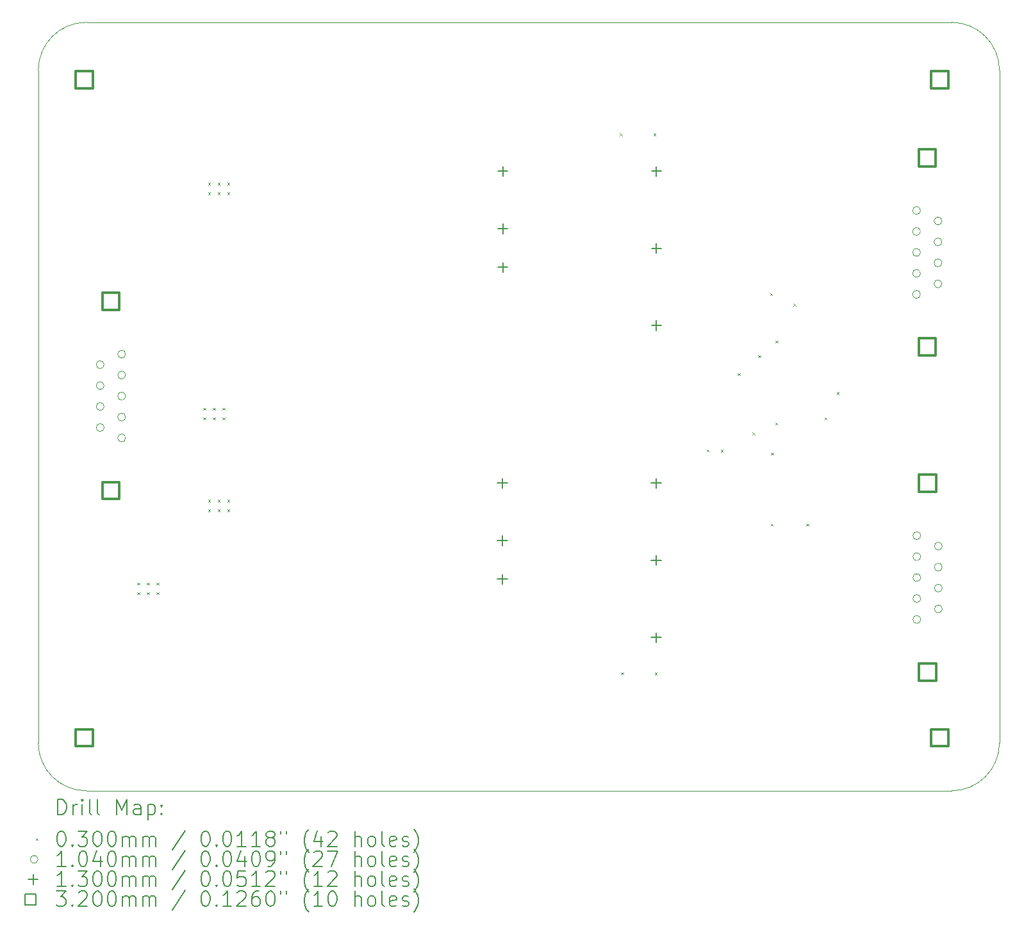
<source format=gbr>
%TF.GenerationSoftware,KiCad,Pcbnew,8.0.6*%
%TF.CreationDate,2025-05-16T11:44:03-04:00*%
%TF.ProjectId,PM5V_Telemetry_Cold_TPC,504d3556-5f54-4656-9c65-6d657472795f,rev?*%
%TF.SameCoordinates,Original*%
%TF.FileFunction,Drillmap*%
%TF.FilePolarity,Positive*%
%FSLAX45Y45*%
G04 Gerber Fmt 4.5, Leading zero omitted, Abs format (unit mm)*
G04 Created by KiCad (PCBNEW 8.0.6) date 2025-05-16 11:44:03*
%MOMM*%
%LPD*%
G01*
G04 APERTURE LIST*
%ADD10C,0.050000*%
%ADD11C,0.200000*%
%ADD12C,0.100000*%
%ADD13C,0.104000*%
%ADD14C,0.130000*%
%ADD15C,0.320000*%
G04 APERTURE END LIST*
D10*
X21590000Y-3175000D02*
X21590000Y-12065000D01*
X8890000Y-7620000D02*
X8890000Y-3175000D01*
X8890000Y-12065000D02*
X8890000Y-7620000D01*
X8890000Y-3175000D02*
G75*
G02*
X9525000Y-2540000I635000J0D01*
G01*
X9525000Y-12700000D02*
G75*
G02*
X8890000Y-12065000I0J635000D01*
G01*
X20955000Y-12700000D02*
X9525000Y-12700000D01*
X9525000Y-2540000D02*
X20320000Y-2540000D01*
X20955000Y-2540000D02*
G75*
G02*
X21590000Y-3175000I0J-635000D01*
G01*
X20320000Y-2540000D02*
X20955000Y-2540000D01*
X21590000Y-12065000D02*
G75*
G02*
X20955000Y-12700000I-635000J0D01*
G01*
D11*
D12*
X10197000Y-9949000D02*
X10227000Y-9979000D01*
X10227000Y-9949000D02*
X10197000Y-9979000D01*
X10197000Y-10076000D02*
X10227000Y-10106000D01*
X10227000Y-10076000D02*
X10197000Y-10106000D01*
X10324000Y-9949000D02*
X10354000Y-9979000D01*
X10354000Y-9949000D02*
X10324000Y-9979000D01*
X10324000Y-10076000D02*
X10354000Y-10106000D01*
X10354000Y-10076000D02*
X10324000Y-10106000D01*
X10451000Y-9949000D02*
X10481000Y-9979000D01*
X10481000Y-9949000D02*
X10451000Y-9979000D01*
X10451000Y-10076000D02*
X10481000Y-10106000D01*
X10481000Y-10076000D02*
X10451000Y-10106000D01*
X11072000Y-7637000D02*
X11102000Y-7667000D01*
X11102000Y-7637000D02*
X11072000Y-7667000D01*
X11072000Y-7764000D02*
X11102000Y-7794000D01*
X11102000Y-7764000D02*
X11072000Y-7794000D01*
X11135600Y-4658600D02*
X11165600Y-4688600D01*
X11165600Y-4658600D02*
X11135600Y-4688600D01*
X11135600Y-4785600D02*
X11165600Y-4815600D01*
X11165600Y-4785600D02*
X11135600Y-4815600D01*
X11135600Y-8849600D02*
X11165600Y-8879600D01*
X11165600Y-8849600D02*
X11135600Y-8879600D01*
X11135600Y-8976600D02*
X11165600Y-9006600D01*
X11165600Y-8976600D02*
X11135600Y-9006600D01*
X11199000Y-7637000D02*
X11229000Y-7667000D01*
X11229000Y-7637000D02*
X11199000Y-7667000D01*
X11199000Y-7764000D02*
X11229000Y-7794000D01*
X11229000Y-7764000D02*
X11199000Y-7794000D01*
X11262600Y-4658600D02*
X11292600Y-4688600D01*
X11292600Y-4658600D02*
X11262600Y-4688600D01*
X11262600Y-4785600D02*
X11292600Y-4815600D01*
X11292600Y-4785600D02*
X11262600Y-4815600D01*
X11262600Y-8849600D02*
X11292600Y-8879600D01*
X11292600Y-8849600D02*
X11262600Y-8879600D01*
X11262600Y-8976600D02*
X11292600Y-9006600D01*
X11292600Y-8976600D02*
X11262600Y-9006600D01*
X11326000Y-7637000D02*
X11356000Y-7667000D01*
X11356000Y-7637000D02*
X11326000Y-7667000D01*
X11326000Y-7764000D02*
X11356000Y-7794000D01*
X11356000Y-7764000D02*
X11326000Y-7794000D01*
X11389600Y-4658600D02*
X11419600Y-4688600D01*
X11419600Y-4658600D02*
X11389600Y-4688600D01*
X11389600Y-4785600D02*
X11419600Y-4815600D01*
X11419600Y-4785600D02*
X11389600Y-4815600D01*
X11389600Y-8849600D02*
X11419600Y-8879600D01*
X11419600Y-8849600D02*
X11389600Y-8879600D01*
X11389600Y-8976600D02*
X11419600Y-9006600D01*
X11419600Y-8976600D02*
X11389600Y-9006600D01*
X16571810Y-4007000D02*
X16601810Y-4037000D01*
X16601810Y-4007000D02*
X16571810Y-4037000D01*
X16588550Y-11133100D02*
X16618550Y-11163100D01*
X16618550Y-11133100D02*
X16588550Y-11163100D01*
X17016810Y-4008000D02*
X17046810Y-4038000D01*
X17046810Y-4008000D02*
X17016810Y-4038000D01*
X17033300Y-11135600D02*
X17063300Y-11165600D01*
X17063300Y-11135600D02*
X17033300Y-11165600D01*
X17722810Y-8188000D02*
X17752810Y-8218000D01*
X17752810Y-8188000D02*
X17722810Y-8218000D01*
X17908810Y-8193000D02*
X17938810Y-8223000D01*
X17938810Y-8193000D02*
X17908810Y-8223000D01*
X18132430Y-7180000D02*
X18162430Y-7210000D01*
X18162430Y-7180000D02*
X18132430Y-7210000D01*
X18326810Y-7962000D02*
X18356810Y-7992000D01*
X18356810Y-7962000D02*
X18326810Y-7992000D01*
X18403810Y-6941000D02*
X18433810Y-6971000D01*
X18433810Y-6941000D02*
X18403810Y-6971000D01*
X18560810Y-6122000D02*
X18590810Y-6152000D01*
X18590810Y-6122000D02*
X18560810Y-6152000D01*
X18566810Y-9168000D02*
X18596810Y-9198000D01*
X18596810Y-9168000D02*
X18566810Y-9198000D01*
X18571890Y-8227760D02*
X18601890Y-8257760D01*
X18601890Y-8227760D02*
X18571890Y-8257760D01*
X18625190Y-7830000D02*
X18655190Y-7860000D01*
X18655190Y-7830000D02*
X18625190Y-7860000D01*
X18631810Y-6747000D02*
X18661810Y-6777000D01*
X18661810Y-6747000D02*
X18631810Y-6777000D01*
X18867810Y-6262000D02*
X18897810Y-6292000D01*
X18897810Y-6262000D02*
X18867810Y-6292000D01*
X19035810Y-9169000D02*
X19065810Y-9199000D01*
X19065810Y-9169000D02*
X19035810Y-9199000D01*
X19277810Y-7764000D02*
X19307810Y-7794000D01*
X19307810Y-7764000D02*
X19277810Y-7794000D01*
X19441400Y-7427200D02*
X19471400Y-7457200D01*
X19471400Y-7427200D02*
X19441400Y-7457200D01*
D13*
X9760000Y-7066000D02*
G75*
G02*
X9656000Y-7066000I-52000J0D01*
G01*
X9656000Y-7066000D02*
G75*
G02*
X9760000Y-7066000I52000J0D01*
G01*
X9760000Y-7343000D02*
G75*
G02*
X9656000Y-7343000I-52000J0D01*
G01*
X9656000Y-7343000D02*
G75*
G02*
X9760000Y-7343000I52000J0D01*
G01*
X9760000Y-7620000D02*
G75*
G02*
X9656000Y-7620000I-52000J0D01*
G01*
X9656000Y-7620000D02*
G75*
G02*
X9760000Y-7620000I52000J0D01*
G01*
X9760000Y-7897000D02*
G75*
G02*
X9656000Y-7897000I-52000J0D01*
G01*
X9656000Y-7897000D02*
G75*
G02*
X9760000Y-7897000I52000J0D01*
G01*
X10044000Y-6927500D02*
G75*
G02*
X9940000Y-6927500I-52000J0D01*
G01*
X9940000Y-6927500D02*
G75*
G02*
X10044000Y-6927500I52000J0D01*
G01*
X10044000Y-7204500D02*
G75*
G02*
X9940000Y-7204500I-52000J0D01*
G01*
X9940000Y-7204500D02*
G75*
G02*
X10044000Y-7204500I52000J0D01*
G01*
X10044000Y-7481500D02*
G75*
G02*
X9940000Y-7481500I-52000J0D01*
G01*
X9940000Y-7481500D02*
G75*
G02*
X10044000Y-7481500I52000J0D01*
G01*
X10044000Y-7758500D02*
G75*
G02*
X9940000Y-7758500I-52000J0D01*
G01*
X9940000Y-7758500D02*
G75*
G02*
X10044000Y-7758500I52000J0D01*
G01*
X10044000Y-8035500D02*
G75*
G02*
X9940000Y-8035500I-52000J0D01*
G01*
X9940000Y-8035500D02*
G75*
G02*
X10044000Y-8035500I52000J0D01*
G01*
X20546000Y-5028000D02*
G75*
G02*
X20442000Y-5028000I-52000J0D01*
G01*
X20442000Y-5028000D02*
G75*
G02*
X20546000Y-5028000I52000J0D01*
G01*
X20546000Y-5305000D02*
G75*
G02*
X20442000Y-5305000I-52000J0D01*
G01*
X20442000Y-5305000D02*
G75*
G02*
X20546000Y-5305000I52000J0D01*
G01*
X20546000Y-5582000D02*
G75*
G02*
X20442000Y-5582000I-52000J0D01*
G01*
X20442000Y-5582000D02*
G75*
G02*
X20546000Y-5582000I52000J0D01*
G01*
X20546000Y-5859000D02*
G75*
G02*
X20442000Y-5859000I-52000J0D01*
G01*
X20442000Y-5859000D02*
G75*
G02*
X20546000Y-5859000I52000J0D01*
G01*
X20546000Y-6136000D02*
G75*
G02*
X20442000Y-6136000I-52000J0D01*
G01*
X20442000Y-6136000D02*
G75*
G02*
X20546000Y-6136000I52000J0D01*
G01*
X20550000Y-9327000D02*
G75*
G02*
X20446000Y-9327000I-52000J0D01*
G01*
X20446000Y-9327000D02*
G75*
G02*
X20550000Y-9327000I52000J0D01*
G01*
X20550000Y-9604000D02*
G75*
G02*
X20446000Y-9604000I-52000J0D01*
G01*
X20446000Y-9604000D02*
G75*
G02*
X20550000Y-9604000I52000J0D01*
G01*
X20550000Y-9881000D02*
G75*
G02*
X20446000Y-9881000I-52000J0D01*
G01*
X20446000Y-9881000D02*
G75*
G02*
X20550000Y-9881000I52000J0D01*
G01*
X20550000Y-10158000D02*
G75*
G02*
X20446000Y-10158000I-52000J0D01*
G01*
X20446000Y-10158000D02*
G75*
G02*
X20550000Y-10158000I52000J0D01*
G01*
X20550000Y-10435000D02*
G75*
G02*
X20446000Y-10435000I-52000J0D01*
G01*
X20446000Y-10435000D02*
G75*
G02*
X20550000Y-10435000I52000J0D01*
G01*
X20830000Y-5166500D02*
G75*
G02*
X20726000Y-5166500I-52000J0D01*
G01*
X20726000Y-5166500D02*
G75*
G02*
X20830000Y-5166500I52000J0D01*
G01*
X20830000Y-5443500D02*
G75*
G02*
X20726000Y-5443500I-52000J0D01*
G01*
X20726000Y-5443500D02*
G75*
G02*
X20830000Y-5443500I52000J0D01*
G01*
X20830000Y-5720500D02*
G75*
G02*
X20726000Y-5720500I-52000J0D01*
G01*
X20726000Y-5720500D02*
G75*
G02*
X20830000Y-5720500I52000J0D01*
G01*
X20830000Y-5997500D02*
G75*
G02*
X20726000Y-5997500I-52000J0D01*
G01*
X20726000Y-5997500D02*
G75*
G02*
X20830000Y-5997500I52000J0D01*
G01*
X20834000Y-9465500D02*
G75*
G02*
X20730000Y-9465500I-52000J0D01*
G01*
X20730000Y-9465500D02*
G75*
G02*
X20834000Y-9465500I52000J0D01*
G01*
X20834000Y-9742500D02*
G75*
G02*
X20730000Y-9742500I-52000J0D01*
G01*
X20730000Y-9742500D02*
G75*
G02*
X20834000Y-9742500I52000J0D01*
G01*
X20834000Y-10019500D02*
G75*
G02*
X20730000Y-10019500I-52000J0D01*
G01*
X20730000Y-10019500D02*
G75*
G02*
X20834000Y-10019500I52000J0D01*
G01*
X20834000Y-10296500D02*
G75*
G02*
X20730000Y-10296500I-52000J0D01*
G01*
X20730000Y-10296500D02*
G75*
G02*
X20834000Y-10296500I52000J0D01*
G01*
D14*
X15023560Y-8567000D02*
X15023560Y-8697000D01*
X14958560Y-8632000D02*
X15088560Y-8632000D01*
X15023560Y-9327000D02*
X15023560Y-9457000D01*
X14958560Y-9392000D02*
X15088560Y-9392000D01*
X15023560Y-9837000D02*
X15023560Y-9967000D01*
X14958560Y-9902000D02*
X15088560Y-9902000D01*
X15026810Y-4442500D02*
X15026810Y-4572500D01*
X14961810Y-4507500D02*
X15091810Y-4507500D01*
X15026810Y-5202500D02*
X15026810Y-5332500D01*
X14961810Y-5267500D02*
X15091810Y-5267500D01*
X15026810Y-5712500D02*
X15026810Y-5842500D01*
X14961810Y-5777500D02*
X15091810Y-5777500D01*
X17053560Y-8567000D02*
X17053560Y-8697000D01*
X16988560Y-8632000D02*
X17118560Y-8632000D01*
X17053560Y-9587000D02*
X17053560Y-9717000D01*
X16988560Y-9652000D02*
X17118560Y-9652000D01*
X17053560Y-10607000D02*
X17053560Y-10737000D01*
X16988560Y-10672000D02*
X17118560Y-10672000D01*
X17056810Y-4442500D02*
X17056810Y-4572500D01*
X16991810Y-4507500D02*
X17121810Y-4507500D01*
X17056810Y-5462500D02*
X17056810Y-5592500D01*
X16991810Y-5527500D02*
X17121810Y-5527500D01*
X17056810Y-6482500D02*
X17056810Y-6612500D01*
X16991810Y-6547500D02*
X17121810Y-6547500D01*
D15*
X9613138Y-3413138D02*
X9613138Y-3186862D01*
X9386862Y-3186862D01*
X9386862Y-3413138D01*
X9613138Y-3413138D01*
X9613138Y-12113138D02*
X9613138Y-11886862D01*
X9386862Y-11886862D01*
X9386862Y-12113138D01*
X9613138Y-12113138D01*
X9963138Y-6344638D02*
X9963138Y-6118362D01*
X9736862Y-6118362D01*
X9736862Y-6344638D01*
X9963138Y-6344638D01*
X9963138Y-8844638D02*
X9963138Y-8618362D01*
X9736862Y-8618362D01*
X9736862Y-8844638D01*
X9963138Y-8844638D01*
X20749138Y-4445138D02*
X20749138Y-4218862D01*
X20522862Y-4218862D01*
X20522862Y-4445138D01*
X20749138Y-4445138D01*
X20749138Y-6945138D02*
X20749138Y-6718862D01*
X20522862Y-6718862D01*
X20522862Y-6945138D01*
X20749138Y-6945138D01*
X20753138Y-8744138D02*
X20753138Y-8517862D01*
X20526862Y-8517862D01*
X20526862Y-8744138D01*
X20753138Y-8744138D01*
X20753138Y-11244138D02*
X20753138Y-11017862D01*
X20526862Y-11017862D01*
X20526862Y-11244138D01*
X20753138Y-11244138D01*
X20913138Y-3413138D02*
X20913138Y-3186862D01*
X20686862Y-3186862D01*
X20686862Y-3413138D01*
X20913138Y-3413138D01*
X20913138Y-12113138D02*
X20913138Y-11886862D01*
X20686862Y-11886862D01*
X20686862Y-12113138D01*
X20913138Y-12113138D01*
D11*
X9148277Y-13013984D02*
X9148277Y-12813984D01*
X9148277Y-12813984D02*
X9195896Y-12813984D01*
X9195896Y-12813984D02*
X9224467Y-12823508D01*
X9224467Y-12823508D02*
X9243515Y-12842555D01*
X9243515Y-12842555D02*
X9253039Y-12861603D01*
X9253039Y-12861603D02*
X9262563Y-12899698D01*
X9262563Y-12899698D02*
X9262563Y-12928269D01*
X9262563Y-12928269D02*
X9253039Y-12966365D01*
X9253039Y-12966365D02*
X9243515Y-12985412D01*
X9243515Y-12985412D02*
X9224467Y-13004460D01*
X9224467Y-13004460D02*
X9195896Y-13013984D01*
X9195896Y-13013984D02*
X9148277Y-13013984D01*
X9348277Y-13013984D02*
X9348277Y-12880650D01*
X9348277Y-12918746D02*
X9357801Y-12899698D01*
X9357801Y-12899698D02*
X9367324Y-12890174D01*
X9367324Y-12890174D02*
X9386372Y-12880650D01*
X9386372Y-12880650D02*
X9405420Y-12880650D01*
X9472086Y-13013984D02*
X9472086Y-12880650D01*
X9472086Y-12813984D02*
X9462563Y-12823508D01*
X9462563Y-12823508D02*
X9472086Y-12833031D01*
X9472086Y-12833031D02*
X9481610Y-12823508D01*
X9481610Y-12823508D02*
X9472086Y-12813984D01*
X9472086Y-12813984D02*
X9472086Y-12833031D01*
X9595896Y-13013984D02*
X9576848Y-13004460D01*
X9576848Y-13004460D02*
X9567324Y-12985412D01*
X9567324Y-12985412D02*
X9567324Y-12813984D01*
X9700658Y-13013984D02*
X9681610Y-13004460D01*
X9681610Y-13004460D02*
X9672086Y-12985412D01*
X9672086Y-12985412D02*
X9672086Y-12813984D01*
X9929229Y-13013984D02*
X9929229Y-12813984D01*
X9929229Y-12813984D02*
X9995896Y-12956841D01*
X9995896Y-12956841D02*
X10062563Y-12813984D01*
X10062563Y-12813984D02*
X10062563Y-13013984D01*
X10243515Y-13013984D02*
X10243515Y-12909222D01*
X10243515Y-12909222D02*
X10233991Y-12890174D01*
X10233991Y-12890174D02*
X10214944Y-12880650D01*
X10214944Y-12880650D02*
X10176848Y-12880650D01*
X10176848Y-12880650D02*
X10157801Y-12890174D01*
X10243515Y-13004460D02*
X10224467Y-13013984D01*
X10224467Y-13013984D02*
X10176848Y-13013984D01*
X10176848Y-13013984D02*
X10157801Y-13004460D01*
X10157801Y-13004460D02*
X10148277Y-12985412D01*
X10148277Y-12985412D02*
X10148277Y-12966365D01*
X10148277Y-12966365D02*
X10157801Y-12947317D01*
X10157801Y-12947317D02*
X10176848Y-12937793D01*
X10176848Y-12937793D02*
X10224467Y-12937793D01*
X10224467Y-12937793D02*
X10243515Y-12928269D01*
X10338753Y-12880650D02*
X10338753Y-13080650D01*
X10338753Y-12890174D02*
X10357801Y-12880650D01*
X10357801Y-12880650D02*
X10395896Y-12880650D01*
X10395896Y-12880650D02*
X10414944Y-12890174D01*
X10414944Y-12890174D02*
X10424467Y-12899698D01*
X10424467Y-12899698D02*
X10433991Y-12918746D01*
X10433991Y-12918746D02*
X10433991Y-12975888D01*
X10433991Y-12975888D02*
X10424467Y-12994936D01*
X10424467Y-12994936D02*
X10414944Y-13004460D01*
X10414944Y-13004460D02*
X10395896Y-13013984D01*
X10395896Y-13013984D02*
X10357801Y-13013984D01*
X10357801Y-13013984D02*
X10338753Y-13004460D01*
X10519705Y-12994936D02*
X10529229Y-13004460D01*
X10529229Y-13004460D02*
X10519705Y-13013984D01*
X10519705Y-13013984D02*
X10510182Y-13004460D01*
X10510182Y-13004460D02*
X10519705Y-12994936D01*
X10519705Y-12994936D02*
X10519705Y-13013984D01*
X10519705Y-12890174D02*
X10529229Y-12899698D01*
X10529229Y-12899698D02*
X10519705Y-12909222D01*
X10519705Y-12909222D02*
X10510182Y-12899698D01*
X10510182Y-12899698D02*
X10519705Y-12890174D01*
X10519705Y-12890174D02*
X10519705Y-12909222D01*
D12*
X8857500Y-13327500D02*
X8887500Y-13357500D01*
X8887500Y-13327500D02*
X8857500Y-13357500D01*
D11*
X9186372Y-13233984D02*
X9205420Y-13233984D01*
X9205420Y-13233984D02*
X9224467Y-13243508D01*
X9224467Y-13243508D02*
X9233991Y-13253031D01*
X9233991Y-13253031D02*
X9243515Y-13272079D01*
X9243515Y-13272079D02*
X9253039Y-13310174D01*
X9253039Y-13310174D02*
X9253039Y-13357793D01*
X9253039Y-13357793D02*
X9243515Y-13395888D01*
X9243515Y-13395888D02*
X9233991Y-13414936D01*
X9233991Y-13414936D02*
X9224467Y-13424460D01*
X9224467Y-13424460D02*
X9205420Y-13433984D01*
X9205420Y-13433984D02*
X9186372Y-13433984D01*
X9186372Y-13433984D02*
X9167324Y-13424460D01*
X9167324Y-13424460D02*
X9157801Y-13414936D01*
X9157801Y-13414936D02*
X9148277Y-13395888D01*
X9148277Y-13395888D02*
X9138753Y-13357793D01*
X9138753Y-13357793D02*
X9138753Y-13310174D01*
X9138753Y-13310174D02*
X9148277Y-13272079D01*
X9148277Y-13272079D02*
X9157801Y-13253031D01*
X9157801Y-13253031D02*
X9167324Y-13243508D01*
X9167324Y-13243508D02*
X9186372Y-13233984D01*
X9338753Y-13414936D02*
X9348277Y-13424460D01*
X9348277Y-13424460D02*
X9338753Y-13433984D01*
X9338753Y-13433984D02*
X9329229Y-13424460D01*
X9329229Y-13424460D02*
X9338753Y-13414936D01*
X9338753Y-13414936D02*
X9338753Y-13433984D01*
X9414944Y-13233984D02*
X9538753Y-13233984D01*
X9538753Y-13233984D02*
X9472086Y-13310174D01*
X9472086Y-13310174D02*
X9500658Y-13310174D01*
X9500658Y-13310174D02*
X9519705Y-13319698D01*
X9519705Y-13319698D02*
X9529229Y-13329222D01*
X9529229Y-13329222D02*
X9538753Y-13348269D01*
X9538753Y-13348269D02*
X9538753Y-13395888D01*
X9538753Y-13395888D02*
X9529229Y-13414936D01*
X9529229Y-13414936D02*
X9519705Y-13424460D01*
X9519705Y-13424460D02*
X9500658Y-13433984D01*
X9500658Y-13433984D02*
X9443515Y-13433984D01*
X9443515Y-13433984D02*
X9424467Y-13424460D01*
X9424467Y-13424460D02*
X9414944Y-13414936D01*
X9662563Y-13233984D02*
X9681610Y-13233984D01*
X9681610Y-13233984D02*
X9700658Y-13243508D01*
X9700658Y-13243508D02*
X9710182Y-13253031D01*
X9710182Y-13253031D02*
X9719705Y-13272079D01*
X9719705Y-13272079D02*
X9729229Y-13310174D01*
X9729229Y-13310174D02*
X9729229Y-13357793D01*
X9729229Y-13357793D02*
X9719705Y-13395888D01*
X9719705Y-13395888D02*
X9710182Y-13414936D01*
X9710182Y-13414936D02*
X9700658Y-13424460D01*
X9700658Y-13424460D02*
X9681610Y-13433984D01*
X9681610Y-13433984D02*
X9662563Y-13433984D01*
X9662563Y-13433984D02*
X9643515Y-13424460D01*
X9643515Y-13424460D02*
X9633991Y-13414936D01*
X9633991Y-13414936D02*
X9624467Y-13395888D01*
X9624467Y-13395888D02*
X9614944Y-13357793D01*
X9614944Y-13357793D02*
X9614944Y-13310174D01*
X9614944Y-13310174D02*
X9624467Y-13272079D01*
X9624467Y-13272079D02*
X9633991Y-13253031D01*
X9633991Y-13253031D02*
X9643515Y-13243508D01*
X9643515Y-13243508D02*
X9662563Y-13233984D01*
X9853039Y-13233984D02*
X9872086Y-13233984D01*
X9872086Y-13233984D02*
X9891134Y-13243508D01*
X9891134Y-13243508D02*
X9900658Y-13253031D01*
X9900658Y-13253031D02*
X9910182Y-13272079D01*
X9910182Y-13272079D02*
X9919705Y-13310174D01*
X9919705Y-13310174D02*
X9919705Y-13357793D01*
X9919705Y-13357793D02*
X9910182Y-13395888D01*
X9910182Y-13395888D02*
X9900658Y-13414936D01*
X9900658Y-13414936D02*
X9891134Y-13424460D01*
X9891134Y-13424460D02*
X9872086Y-13433984D01*
X9872086Y-13433984D02*
X9853039Y-13433984D01*
X9853039Y-13433984D02*
X9833991Y-13424460D01*
X9833991Y-13424460D02*
X9824467Y-13414936D01*
X9824467Y-13414936D02*
X9814944Y-13395888D01*
X9814944Y-13395888D02*
X9805420Y-13357793D01*
X9805420Y-13357793D02*
X9805420Y-13310174D01*
X9805420Y-13310174D02*
X9814944Y-13272079D01*
X9814944Y-13272079D02*
X9824467Y-13253031D01*
X9824467Y-13253031D02*
X9833991Y-13243508D01*
X9833991Y-13243508D02*
X9853039Y-13233984D01*
X10005420Y-13433984D02*
X10005420Y-13300650D01*
X10005420Y-13319698D02*
X10014944Y-13310174D01*
X10014944Y-13310174D02*
X10033991Y-13300650D01*
X10033991Y-13300650D02*
X10062563Y-13300650D01*
X10062563Y-13300650D02*
X10081610Y-13310174D01*
X10081610Y-13310174D02*
X10091134Y-13329222D01*
X10091134Y-13329222D02*
X10091134Y-13433984D01*
X10091134Y-13329222D02*
X10100658Y-13310174D01*
X10100658Y-13310174D02*
X10119705Y-13300650D01*
X10119705Y-13300650D02*
X10148277Y-13300650D01*
X10148277Y-13300650D02*
X10167325Y-13310174D01*
X10167325Y-13310174D02*
X10176848Y-13329222D01*
X10176848Y-13329222D02*
X10176848Y-13433984D01*
X10272086Y-13433984D02*
X10272086Y-13300650D01*
X10272086Y-13319698D02*
X10281610Y-13310174D01*
X10281610Y-13310174D02*
X10300658Y-13300650D01*
X10300658Y-13300650D02*
X10329229Y-13300650D01*
X10329229Y-13300650D02*
X10348277Y-13310174D01*
X10348277Y-13310174D02*
X10357801Y-13329222D01*
X10357801Y-13329222D02*
X10357801Y-13433984D01*
X10357801Y-13329222D02*
X10367325Y-13310174D01*
X10367325Y-13310174D02*
X10386372Y-13300650D01*
X10386372Y-13300650D02*
X10414944Y-13300650D01*
X10414944Y-13300650D02*
X10433991Y-13310174D01*
X10433991Y-13310174D02*
X10443515Y-13329222D01*
X10443515Y-13329222D02*
X10443515Y-13433984D01*
X10833991Y-13224460D02*
X10662563Y-13481603D01*
X11091134Y-13233984D02*
X11110182Y-13233984D01*
X11110182Y-13233984D02*
X11129229Y-13243508D01*
X11129229Y-13243508D02*
X11138753Y-13253031D01*
X11138753Y-13253031D02*
X11148277Y-13272079D01*
X11148277Y-13272079D02*
X11157801Y-13310174D01*
X11157801Y-13310174D02*
X11157801Y-13357793D01*
X11157801Y-13357793D02*
X11148277Y-13395888D01*
X11148277Y-13395888D02*
X11138753Y-13414936D01*
X11138753Y-13414936D02*
X11129229Y-13424460D01*
X11129229Y-13424460D02*
X11110182Y-13433984D01*
X11110182Y-13433984D02*
X11091134Y-13433984D01*
X11091134Y-13433984D02*
X11072087Y-13424460D01*
X11072087Y-13424460D02*
X11062563Y-13414936D01*
X11062563Y-13414936D02*
X11053039Y-13395888D01*
X11053039Y-13395888D02*
X11043515Y-13357793D01*
X11043515Y-13357793D02*
X11043515Y-13310174D01*
X11043515Y-13310174D02*
X11053039Y-13272079D01*
X11053039Y-13272079D02*
X11062563Y-13253031D01*
X11062563Y-13253031D02*
X11072087Y-13243508D01*
X11072087Y-13243508D02*
X11091134Y-13233984D01*
X11243515Y-13414936D02*
X11253039Y-13424460D01*
X11253039Y-13424460D02*
X11243515Y-13433984D01*
X11243515Y-13433984D02*
X11233991Y-13424460D01*
X11233991Y-13424460D02*
X11243515Y-13414936D01*
X11243515Y-13414936D02*
X11243515Y-13433984D01*
X11376848Y-13233984D02*
X11395896Y-13233984D01*
X11395896Y-13233984D02*
X11414944Y-13243508D01*
X11414944Y-13243508D02*
X11424467Y-13253031D01*
X11424467Y-13253031D02*
X11433991Y-13272079D01*
X11433991Y-13272079D02*
X11443515Y-13310174D01*
X11443515Y-13310174D02*
X11443515Y-13357793D01*
X11443515Y-13357793D02*
X11433991Y-13395888D01*
X11433991Y-13395888D02*
X11424467Y-13414936D01*
X11424467Y-13414936D02*
X11414944Y-13424460D01*
X11414944Y-13424460D02*
X11395896Y-13433984D01*
X11395896Y-13433984D02*
X11376848Y-13433984D01*
X11376848Y-13433984D02*
X11357801Y-13424460D01*
X11357801Y-13424460D02*
X11348277Y-13414936D01*
X11348277Y-13414936D02*
X11338753Y-13395888D01*
X11338753Y-13395888D02*
X11329229Y-13357793D01*
X11329229Y-13357793D02*
X11329229Y-13310174D01*
X11329229Y-13310174D02*
X11338753Y-13272079D01*
X11338753Y-13272079D02*
X11348277Y-13253031D01*
X11348277Y-13253031D02*
X11357801Y-13243508D01*
X11357801Y-13243508D02*
X11376848Y-13233984D01*
X11633991Y-13433984D02*
X11519706Y-13433984D01*
X11576848Y-13433984D02*
X11576848Y-13233984D01*
X11576848Y-13233984D02*
X11557801Y-13262555D01*
X11557801Y-13262555D02*
X11538753Y-13281603D01*
X11538753Y-13281603D02*
X11519706Y-13291127D01*
X11824467Y-13433984D02*
X11710182Y-13433984D01*
X11767325Y-13433984D02*
X11767325Y-13233984D01*
X11767325Y-13233984D02*
X11748277Y-13262555D01*
X11748277Y-13262555D02*
X11729229Y-13281603D01*
X11729229Y-13281603D02*
X11710182Y-13291127D01*
X11938753Y-13319698D02*
X11919706Y-13310174D01*
X11919706Y-13310174D02*
X11910182Y-13300650D01*
X11910182Y-13300650D02*
X11900658Y-13281603D01*
X11900658Y-13281603D02*
X11900658Y-13272079D01*
X11900658Y-13272079D02*
X11910182Y-13253031D01*
X11910182Y-13253031D02*
X11919706Y-13243508D01*
X11919706Y-13243508D02*
X11938753Y-13233984D01*
X11938753Y-13233984D02*
X11976848Y-13233984D01*
X11976848Y-13233984D02*
X11995896Y-13243508D01*
X11995896Y-13243508D02*
X12005420Y-13253031D01*
X12005420Y-13253031D02*
X12014944Y-13272079D01*
X12014944Y-13272079D02*
X12014944Y-13281603D01*
X12014944Y-13281603D02*
X12005420Y-13300650D01*
X12005420Y-13300650D02*
X11995896Y-13310174D01*
X11995896Y-13310174D02*
X11976848Y-13319698D01*
X11976848Y-13319698D02*
X11938753Y-13319698D01*
X11938753Y-13319698D02*
X11919706Y-13329222D01*
X11919706Y-13329222D02*
X11910182Y-13338746D01*
X11910182Y-13338746D02*
X11900658Y-13357793D01*
X11900658Y-13357793D02*
X11900658Y-13395888D01*
X11900658Y-13395888D02*
X11910182Y-13414936D01*
X11910182Y-13414936D02*
X11919706Y-13424460D01*
X11919706Y-13424460D02*
X11938753Y-13433984D01*
X11938753Y-13433984D02*
X11976848Y-13433984D01*
X11976848Y-13433984D02*
X11995896Y-13424460D01*
X11995896Y-13424460D02*
X12005420Y-13414936D01*
X12005420Y-13414936D02*
X12014944Y-13395888D01*
X12014944Y-13395888D02*
X12014944Y-13357793D01*
X12014944Y-13357793D02*
X12005420Y-13338746D01*
X12005420Y-13338746D02*
X11995896Y-13329222D01*
X11995896Y-13329222D02*
X11976848Y-13319698D01*
X12091134Y-13233984D02*
X12091134Y-13272079D01*
X12167325Y-13233984D02*
X12167325Y-13272079D01*
X12462563Y-13510174D02*
X12453039Y-13500650D01*
X12453039Y-13500650D02*
X12433991Y-13472079D01*
X12433991Y-13472079D02*
X12424468Y-13453031D01*
X12424468Y-13453031D02*
X12414944Y-13424460D01*
X12414944Y-13424460D02*
X12405420Y-13376841D01*
X12405420Y-13376841D02*
X12405420Y-13338746D01*
X12405420Y-13338746D02*
X12414944Y-13291127D01*
X12414944Y-13291127D02*
X12424468Y-13262555D01*
X12424468Y-13262555D02*
X12433991Y-13243508D01*
X12433991Y-13243508D02*
X12453039Y-13214936D01*
X12453039Y-13214936D02*
X12462563Y-13205412D01*
X12624468Y-13300650D02*
X12624468Y-13433984D01*
X12576848Y-13224460D02*
X12529229Y-13367317D01*
X12529229Y-13367317D02*
X12653039Y-13367317D01*
X12719706Y-13253031D02*
X12729229Y-13243508D01*
X12729229Y-13243508D02*
X12748277Y-13233984D01*
X12748277Y-13233984D02*
X12795896Y-13233984D01*
X12795896Y-13233984D02*
X12814944Y-13243508D01*
X12814944Y-13243508D02*
X12824468Y-13253031D01*
X12824468Y-13253031D02*
X12833991Y-13272079D01*
X12833991Y-13272079D02*
X12833991Y-13291127D01*
X12833991Y-13291127D02*
X12824468Y-13319698D01*
X12824468Y-13319698D02*
X12710182Y-13433984D01*
X12710182Y-13433984D02*
X12833991Y-13433984D01*
X13072087Y-13433984D02*
X13072087Y-13233984D01*
X13157801Y-13433984D02*
X13157801Y-13329222D01*
X13157801Y-13329222D02*
X13148277Y-13310174D01*
X13148277Y-13310174D02*
X13129230Y-13300650D01*
X13129230Y-13300650D02*
X13100658Y-13300650D01*
X13100658Y-13300650D02*
X13081610Y-13310174D01*
X13081610Y-13310174D02*
X13072087Y-13319698D01*
X13281610Y-13433984D02*
X13262563Y-13424460D01*
X13262563Y-13424460D02*
X13253039Y-13414936D01*
X13253039Y-13414936D02*
X13243515Y-13395888D01*
X13243515Y-13395888D02*
X13243515Y-13338746D01*
X13243515Y-13338746D02*
X13253039Y-13319698D01*
X13253039Y-13319698D02*
X13262563Y-13310174D01*
X13262563Y-13310174D02*
X13281610Y-13300650D01*
X13281610Y-13300650D02*
X13310182Y-13300650D01*
X13310182Y-13300650D02*
X13329230Y-13310174D01*
X13329230Y-13310174D02*
X13338753Y-13319698D01*
X13338753Y-13319698D02*
X13348277Y-13338746D01*
X13348277Y-13338746D02*
X13348277Y-13395888D01*
X13348277Y-13395888D02*
X13338753Y-13414936D01*
X13338753Y-13414936D02*
X13329230Y-13424460D01*
X13329230Y-13424460D02*
X13310182Y-13433984D01*
X13310182Y-13433984D02*
X13281610Y-13433984D01*
X13462563Y-13433984D02*
X13443515Y-13424460D01*
X13443515Y-13424460D02*
X13433991Y-13405412D01*
X13433991Y-13405412D02*
X13433991Y-13233984D01*
X13614944Y-13424460D02*
X13595896Y-13433984D01*
X13595896Y-13433984D02*
X13557801Y-13433984D01*
X13557801Y-13433984D02*
X13538753Y-13424460D01*
X13538753Y-13424460D02*
X13529230Y-13405412D01*
X13529230Y-13405412D02*
X13529230Y-13329222D01*
X13529230Y-13329222D02*
X13538753Y-13310174D01*
X13538753Y-13310174D02*
X13557801Y-13300650D01*
X13557801Y-13300650D02*
X13595896Y-13300650D01*
X13595896Y-13300650D02*
X13614944Y-13310174D01*
X13614944Y-13310174D02*
X13624468Y-13329222D01*
X13624468Y-13329222D02*
X13624468Y-13348269D01*
X13624468Y-13348269D02*
X13529230Y-13367317D01*
X13700658Y-13424460D02*
X13719706Y-13433984D01*
X13719706Y-13433984D02*
X13757801Y-13433984D01*
X13757801Y-13433984D02*
X13776849Y-13424460D01*
X13776849Y-13424460D02*
X13786372Y-13405412D01*
X13786372Y-13405412D02*
X13786372Y-13395888D01*
X13786372Y-13395888D02*
X13776849Y-13376841D01*
X13776849Y-13376841D02*
X13757801Y-13367317D01*
X13757801Y-13367317D02*
X13729230Y-13367317D01*
X13729230Y-13367317D02*
X13710182Y-13357793D01*
X13710182Y-13357793D02*
X13700658Y-13338746D01*
X13700658Y-13338746D02*
X13700658Y-13329222D01*
X13700658Y-13329222D02*
X13710182Y-13310174D01*
X13710182Y-13310174D02*
X13729230Y-13300650D01*
X13729230Y-13300650D02*
X13757801Y-13300650D01*
X13757801Y-13300650D02*
X13776849Y-13310174D01*
X13853039Y-13510174D02*
X13862563Y-13500650D01*
X13862563Y-13500650D02*
X13881611Y-13472079D01*
X13881611Y-13472079D02*
X13891134Y-13453031D01*
X13891134Y-13453031D02*
X13900658Y-13424460D01*
X13900658Y-13424460D02*
X13910182Y-13376841D01*
X13910182Y-13376841D02*
X13910182Y-13338746D01*
X13910182Y-13338746D02*
X13900658Y-13291127D01*
X13900658Y-13291127D02*
X13891134Y-13262555D01*
X13891134Y-13262555D02*
X13881611Y-13243508D01*
X13881611Y-13243508D02*
X13862563Y-13214936D01*
X13862563Y-13214936D02*
X13853039Y-13205412D01*
D13*
X8887500Y-13606500D02*
G75*
G02*
X8783500Y-13606500I-52000J0D01*
G01*
X8783500Y-13606500D02*
G75*
G02*
X8887500Y-13606500I52000J0D01*
G01*
D11*
X9253039Y-13697984D02*
X9138753Y-13697984D01*
X9195896Y-13697984D02*
X9195896Y-13497984D01*
X9195896Y-13497984D02*
X9176848Y-13526555D01*
X9176848Y-13526555D02*
X9157801Y-13545603D01*
X9157801Y-13545603D02*
X9138753Y-13555127D01*
X9338753Y-13678936D02*
X9348277Y-13688460D01*
X9348277Y-13688460D02*
X9338753Y-13697984D01*
X9338753Y-13697984D02*
X9329229Y-13688460D01*
X9329229Y-13688460D02*
X9338753Y-13678936D01*
X9338753Y-13678936D02*
X9338753Y-13697984D01*
X9472086Y-13497984D02*
X9491134Y-13497984D01*
X9491134Y-13497984D02*
X9510182Y-13507508D01*
X9510182Y-13507508D02*
X9519705Y-13517031D01*
X9519705Y-13517031D02*
X9529229Y-13536079D01*
X9529229Y-13536079D02*
X9538753Y-13574174D01*
X9538753Y-13574174D02*
X9538753Y-13621793D01*
X9538753Y-13621793D02*
X9529229Y-13659888D01*
X9529229Y-13659888D02*
X9519705Y-13678936D01*
X9519705Y-13678936D02*
X9510182Y-13688460D01*
X9510182Y-13688460D02*
X9491134Y-13697984D01*
X9491134Y-13697984D02*
X9472086Y-13697984D01*
X9472086Y-13697984D02*
X9453039Y-13688460D01*
X9453039Y-13688460D02*
X9443515Y-13678936D01*
X9443515Y-13678936D02*
X9433991Y-13659888D01*
X9433991Y-13659888D02*
X9424467Y-13621793D01*
X9424467Y-13621793D02*
X9424467Y-13574174D01*
X9424467Y-13574174D02*
X9433991Y-13536079D01*
X9433991Y-13536079D02*
X9443515Y-13517031D01*
X9443515Y-13517031D02*
X9453039Y-13507508D01*
X9453039Y-13507508D02*
X9472086Y-13497984D01*
X9710182Y-13564650D02*
X9710182Y-13697984D01*
X9662563Y-13488460D02*
X9614944Y-13631317D01*
X9614944Y-13631317D02*
X9738753Y-13631317D01*
X9853039Y-13497984D02*
X9872086Y-13497984D01*
X9872086Y-13497984D02*
X9891134Y-13507508D01*
X9891134Y-13507508D02*
X9900658Y-13517031D01*
X9900658Y-13517031D02*
X9910182Y-13536079D01*
X9910182Y-13536079D02*
X9919705Y-13574174D01*
X9919705Y-13574174D02*
X9919705Y-13621793D01*
X9919705Y-13621793D02*
X9910182Y-13659888D01*
X9910182Y-13659888D02*
X9900658Y-13678936D01*
X9900658Y-13678936D02*
X9891134Y-13688460D01*
X9891134Y-13688460D02*
X9872086Y-13697984D01*
X9872086Y-13697984D02*
X9853039Y-13697984D01*
X9853039Y-13697984D02*
X9833991Y-13688460D01*
X9833991Y-13688460D02*
X9824467Y-13678936D01*
X9824467Y-13678936D02*
X9814944Y-13659888D01*
X9814944Y-13659888D02*
X9805420Y-13621793D01*
X9805420Y-13621793D02*
X9805420Y-13574174D01*
X9805420Y-13574174D02*
X9814944Y-13536079D01*
X9814944Y-13536079D02*
X9824467Y-13517031D01*
X9824467Y-13517031D02*
X9833991Y-13507508D01*
X9833991Y-13507508D02*
X9853039Y-13497984D01*
X10005420Y-13697984D02*
X10005420Y-13564650D01*
X10005420Y-13583698D02*
X10014944Y-13574174D01*
X10014944Y-13574174D02*
X10033991Y-13564650D01*
X10033991Y-13564650D02*
X10062563Y-13564650D01*
X10062563Y-13564650D02*
X10081610Y-13574174D01*
X10081610Y-13574174D02*
X10091134Y-13593222D01*
X10091134Y-13593222D02*
X10091134Y-13697984D01*
X10091134Y-13593222D02*
X10100658Y-13574174D01*
X10100658Y-13574174D02*
X10119705Y-13564650D01*
X10119705Y-13564650D02*
X10148277Y-13564650D01*
X10148277Y-13564650D02*
X10167325Y-13574174D01*
X10167325Y-13574174D02*
X10176848Y-13593222D01*
X10176848Y-13593222D02*
X10176848Y-13697984D01*
X10272086Y-13697984D02*
X10272086Y-13564650D01*
X10272086Y-13583698D02*
X10281610Y-13574174D01*
X10281610Y-13574174D02*
X10300658Y-13564650D01*
X10300658Y-13564650D02*
X10329229Y-13564650D01*
X10329229Y-13564650D02*
X10348277Y-13574174D01*
X10348277Y-13574174D02*
X10357801Y-13593222D01*
X10357801Y-13593222D02*
X10357801Y-13697984D01*
X10357801Y-13593222D02*
X10367325Y-13574174D01*
X10367325Y-13574174D02*
X10386372Y-13564650D01*
X10386372Y-13564650D02*
X10414944Y-13564650D01*
X10414944Y-13564650D02*
X10433991Y-13574174D01*
X10433991Y-13574174D02*
X10443515Y-13593222D01*
X10443515Y-13593222D02*
X10443515Y-13697984D01*
X10833991Y-13488460D02*
X10662563Y-13745603D01*
X11091134Y-13497984D02*
X11110182Y-13497984D01*
X11110182Y-13497984D02*
X11129229Y-13507508D01*
X11129229Y-13507508D02*
X11138753Y-13517031D01*
X11138753Y-13517031D02*
X11148277Y-13536079D01*
X11148277Y-13536079D02*
X11157801Y-13574174D01*
X11157801Y-13574174D02*
X11157801Y-13621793D01*
X11157801Y-13621793D02*
X11148277Y-13659888D01*
X11148277Y-13659888D02*
X11138753Y-13678936D01*
X11138753Y-13678936D02*
X11129229Y-13688460D01*
X11129229Y-13688460D02*
X11110182Y-13697984D01*
X11110182Y-13697984D02*
X11091134Y-13697984D01*
X11091134Y-13697984D02*
X11072087Y-13688460D01*
X11072087Y-13688460D02*
X11062563Y-13678936D01*
X11062563Y-13678936D02*
X11053039Y-13659888D01*
X11053039Y-13659888D02*
X11043515Y-13621793D01*
X11043515Y-13621793D02*
X11043515Y-13574174D01*
X11043515Y-13574174D02*
X11053039Y-13536079D01*
X11053039Y-13536079D02*
X11062563Y-13517031D01*
X11062563Y-13517031D02*
X11072087Y-13507508D01*
X11072087Y-13507508D02*
X11091134Y-13497984D01*
X11243515Y-13678936D02*
X11253039Y-13688460D01*
X11253039Y-13688460D02*
X11243515Y-13697984D01*
X11243515Y-13697984D02*
X11233991Y-13688460D01*
X11233991Y-13688460D02*
X11243515Y-13678936D01*
X11243515Y-13678936D02*
X11243515Y-13697984D01*
X11376848Y-13497984D02*
X11395896Y-13497984D01*
X11395896Y-13497984D02*
X11414944Y-13507508D01*
X11414944Y-13507508D02*
X11424467Y-13517031D01*
X11424467Y-13517031D02*
X11433991Y-13536079D01*
X11433991Y-13536079D02*
X11443515Y-13574174D01*
X11443515Y-13574174D02*
X11443515Y-13621793D01*
X11443515Y-13621793D02*
X11433991Y-13659888D01*
X11433991Y-13659888D02*
X11424467Y-13678936D01*
X11424467Y-13678936D02*
X11414944Y-13688460D01*
X11414944Y-13688460D02*
X11395896Y-13697984D01*
X11395896Y-13697984D02*
X11376848Y-13697984D01*
X11376848Y-13697984D02*
X11357801Y-13688460D01*
X11357801Y-13688460D02*
X11348277Y-13678936D01*
X11348277Y-13678936D02*
X11338753Y-13659888D01*
X11338753Y-13659888D02*
X11329229Y-13621793D01*
X11329229Y-13621793D02*
X11329229Y-13574174D01*
X11329229Y-13574174D02*
X11338753Y-13536079D01*
X11338753Y-13536079D02*
X11348277Y-13517031D01*
X11348277Y-13517031D02*
X11357801Y-13507508D01*
X11357801Y-13507508D02*
X11376848Y-13497984D01*
X11614944Y-13564650D02*
X11614944Y-13697984D01*
X11567325Y-13488460D02*
X11519706Y-13631317D01*
X11519706Y-13631317D02*
X11643515Y-13631317D01*
X11757801Y-13497984D02*
X11776848Y-13497984D01*
X11776848Y-13497984D02*
X11795896Y-13507508D01*
X11795896Y-13507508D02*
X11805420Y-13517031D01*
X11805420Y-13517031D02*
X11814944Y-13536079D01*
X11814944Y-13536079D02*
X11824467Y-13574174D01*
X11824467Y-13574174D02*
X11824467Y-13621793D01*
X11824467Y-13621793D02*
X11814944Y-13659888D01*
X11814944Y-13659888D02*
X11805420Y-13678936D01*
X11805420Y-13678936D02*
X11795896Y-13688460D01*
X11795896Y-13688460D02*
X11776848Y-13697984D01*
X11776848Y-13697984D02*
X11757801Y-13697984D01*
X11757801Y-13697984D02*
X11738753Y-13688460D01*
X11738753Y-13688460D02*
X11729229Y-13678936D01*
X11729229Y-13678936D02*
X11719706Y-13659888D01*
X11719706Y-13659888D02*
X11710182Y-13621793D01*
X11710182Y-13621793D02*
X11710182Y-13574174D01*
X11710182Y-13574174D02*
X11719706Y-13536079D01*
X11719706Y-13536079D02*
X11729229Y-13517031D01*
X11729229Y-13517031D02*
X11738753Y-13507508D01*
X11738753Y-13507508D02*
X11757801Y-13497984D01*
X11919706Y-13697984D02*
X11957801Y-13697984D01*
X11957801Y-13697984D02*
X11976848Y-13688460D01*
X11976848Y-13688460D02*
X11986372Y-13678936D01*
X11986372Y-13678936D02*
X12005420Y-13650365D01*
X12005420Y-13650365D02*
X12014944Y-13612269D01*
X12014944Y-13612269D02*
X12014944Y-13536079D01*
X12014944Y-13536079D02*
X12005420Y-13517031D01*
X12005420Y-13517031D02*
X11995896Y-13507508D01*
X11995896Y-13507508D02*
X11976848Y-13497984D01*
X11976848Y-13497984D02*
X11938753Y-13497984D01*
X11938753Y-13497984D02*
X11919706Y-13507508D01*
X11919706Y-13507508D02*
X11910182Y-13517031D01*
X11910182Y-13517031D02*
X11900658Y-13536079D01*
X11900658Y-13536079D02*
X11900658Y-13583698D01*
X11900658Y-13583698D02*
X11910182Y-13602746D01*
X11910182Y-13602746D02*
X11919706Y-13612269D01*
X11919706Y-13612269D02*
X11938753Y-13621793D01*
X11938753Y-13621793D02*
X11976848Y-13621793D01*
X11976848Y-13621793D02*
X11995896Y-13612269D01*
X11995896Y-13612269D02*
X12005420Y-13602746D01*
X12005420Y-13602746D02*
X12014944Y-13583698D01*
X12091134Y-13497984D02*
X12091134Y-13536079D01*
X12167325Y-13497984D02*
X12167325Y-13536079D01*
X12462563Y-13774174D02*
X12453039Y-13764650D01*
X12453039Y-13764650D02*
X12433991Y-13736079D01*
X12433991Y-13736079D02*
X12424468Y-13717031D01*
X12424468Y-13717031D02*
X12414944Y-13688460D01*
X12414944Y-13688460D02*
X12405420Y-13640841D01*
X12405420Y-13640841D02*
X12405420Y-13602746D01*
X12405420Y-13602746D02*
X12414944Y-13555127D01*
X12414944Y-13555127D02*
X12424468Y-13526555D01*
X12424468Y-13526555D02*
X12433991Y-13507508D01*
X12433991Y-13507508D02*
X12453039Y-13478936D01*
X12453039Y-13478936D02*
X12462563Y-13469412D01*
X12529229Y-13517031D02*
X12538753Y-13507508D01*
X12538753Y-13507508D02*
X12557801Y-13497984D01*
X12557801Y-13497984D02*
X12605420Y-13497984D01*
X12605420Y-13497984D02*
X12624468Y-13507508D01*
X12624468Y-13507508D02*
X12633991Y-13517031D01*
X12633991Y-13517031D02*
X12643515Y-13536079D01*
X12643515Y-13536079D02*
X12643515Y-13555127D01*
X12643515Y-13555127D02*
X12633991Y-13583698D01*
X12633991Y-13583698D02*
X12519706Y-13697984D01*
X12519706Y-13697984D02*
X12643515Y-13697984D01*
X12710182Y-13497984D02*
X12843515Y-13497984D01*
X12843515Y-13497984D02*
X12757801Y-13697984D01*
X13072087Y-13697984D02*
X13072087Y-13497984D01*
X13157801Y-13697984D02*
X13157801Y-13593222D01*
X13157801Y-13593222D02*
X13148277Y-13574174D01*
X13148277Y-13574174D02*
X13129230Y-13564650D01*
X13129230Y-13564650D02*
X13100658Y-13564650D01*
X13100658Y-13564650D02*
X13081610Y-13574174D01*
X13081610Y-13574174D02*
X13072087Y-13583698D01*
X13281610Y-13697984D02*
X13262563Y-13688460D01*
X13262563Y-13688460D02*
X13253039Y-13678936D01*
X13253039Y-13678936D02*
X13243515Y-13659888D01*
X13243515Y-13659888D02*
X13243515Y-13602746D01*
X13243515Y-13602746D02*
X13253039Y-13583698D01*
X13253039Y-13583698D02*
X13262563Y-13574174D01*
X13262563Y-13574174D02*
X13281610Y-13564650D01*
X13281610Y-13564650D02*
X13310182Y-13564650D01*
X13310182Y-13564650D02*
X13329230Y-13574174D01*
X13329230Y-13574174D02*
X13338753Y-13583698D01*
X13338753Y-13583698D02*
X13348277Y-13602746D01*
X13348277Y-13602746D02*
X13348277Y-13659888D01*
X13348277Y-13659888D02*
X13338753Y-13678936D01*
X13338753Y-13678936D02*
X13329230Y-13688460D01*
X13329230Y-13688460D02*
X13310182Y-13697984D01*
X13310182Y-13697984D02*
X13281610Y-13697984D01*
X13462563Y-13697984D02*
X13443515Y-13688460D01*
X13443515Y-13688460D02*
X13433991Y-13669412D01*
X13433991Y-13669412D02*
X13433991Y-13497984D01*
X13614944Y-13688460D02*
X13595896Y-13697984D01*
X13595896Y-13697984D02*
X13557801Y-13697984D01*
X13557801Y-13697984D02*
X13538753Y-13688460D01*
X13538753Y-13688460D02*
X13529230Y-13669412D01*
X13529230Y-13669412D02*
X13529230Y-13593222D01*
X13529230Y-13593222D02*
X13538753Y-13574174D01*
X13538753Y-13574174D02*
X13557801Y-13564650D01*
X13557801Y-13564650D02*
X13595896Y-13564650D01*
X13595896Y-13564650D02*
X13614944Y-13574174D01*
X13614944Y-13574174D02*
X13624468Y-13593222D01*
X13624468Y-13593222D02*
X13624468Y-13612269D01*
X13624468Y-13612269D02*
X13529230Y-13631317D01*
X13700658Y-13688460D02*
X13719706Y-13697984D01*
X13719706Y-13697984D02*
X13757801Y-13697984D01*
X13757801Y-13697984D02*
X13776849Y-13688460D01*
X13776849Y-13688460D02*
X13786372Y-13669412D01*
X13786372Y-13669412D02*
X13786372Y-13659888D01*
X13786372Y-13659888D02*
X13776849Y-13640841D01*
X13776849Y-13640841D02*
X13757801Y-13631317D01*
X13757801Y-13631317D02*
X13729230Y-13631317D01*
X13729230Y-13631317D02*
X13710182Y-13621793D01*
X13710182Y-13621793D02*
X13700658Y-13602746D01*
X13700658Y-13602746D02*
X13700658Y-13593222D01*
X13700658Y-13593222D02*
X13710182Y-13574174D01*
X13710182Y-13574174D02*
X13729230Y-13564650D01*
X13729230Y-13564650D02*
X13757801Y-13564650D01*
X13757801Y-13564650D02*
X13776849Y-13574174D01*
X13853039Y-13774174D02*
X13862563Y-13764650D01*
X13862563Y-13764650D02*
X13881611Y-13736079D01*
X13881611Y-13736079D02*
X13891134Y-13717031D01*
X13891134Y-13717031D02*
X13900658Y-13688460D01*
X13900658Y-13688460D02*
X13910182Y-13640841D01*
X13910182Y-13640841D02*
X13910182Y-13602746D01*
X13910182Y-13602746D02*
X13900658Y-13555127D01*
X13900658Y-13555127D02*
X13891134Y-13526555D01*
X13891134Y-13526555D02*
X13881611Y-13507508D01*
X13881611Y-13507508D02*
X13862563Y-13478936D01*
X13862563Y-13478936D02*
X13853039Y-13469412D01*
D14*
X8822500Y-13805500D02*
X8822500Y-13935500D01*
X8757500Y-13870500D02*
X8887500Y-13870500D01*
D11*
X9253039Y-13961984D02*
X9138753Y-13961984D01*
X9195896Y-13961984D02*
X9195896Y-13761984D01*
X9195896Y-13761984D02*
X9176848Y-13790555D01*
X9176848Y-13790555D02*
X9157801Y-13809603D01*
X9157801Y-13809603D02*
X9138753Y-13819127D01*
X9338753Y-13942936D02*
X9348277Y-13952460D01*
X9348277Y-13952460D02*
X9338753Y-13961984D01*
X9338753Y-13961984D02*
X9329229Y-13952460D01*
X9329229Y-13952460D02*
X9338753Y-13942936D01*
X9338753Y-13942936D02*
X9338753Y-13961984D01*
X9414944Y-13761984D02*
X9538753Y-13761984D01*
X9538753Y-13761984D02*
X9472086Y-13838174D01*
X9472086Y-13838174D02*
X9500658Y-13838174D01*
X9500658Y-13838174D02*
X9519705Y-13847698D01*
X9519705Y-13847698D02*
X9529229Y-13857222D01*
X9529229Y-13857222D02*
X9538753Y-13876269D01*
X9538753Y-13876269D02*
X9538753Y-13923888D01*
X9538753Y-13923888D02*
X9529229Y-13942936D01*
X9529229Y-13942936D02*
X9519705Y-13952460D01*
X9519705Y-13952460D02*
X9500658Y-13961984D01*
X9500658Y-13961984D02*
X9443515Y-13961984D01*
X9443515Y-13961984D02*
X9424467Y-13952460D01*
X9424467Y-13952460D02*
X9414944Y-13942936D01*
X9662563Y-13761984D02*
X9681610Y-13761984D01*
X9681610Y-13761984D02*
X9700658Y-13771508D01*
X9700658Y-13771508D02*
X9710182Y-13781031D01*
X9710182Y-13781031D02*
X9719705Y-13800079D01*
X9719705Y-13800079D02*
X9729229Y-13838174D01*
X9729229Y-13838174D02*
X9729229Y-13885793D01*
X9729229Y-13885793D02*
X9719705Y-13923888D01*
X9719705Y-13923888D02*
X9710182Y-13942936D01*
X9710182Y-13942936D02*
X9700658Y-13952460D01*
X9700658Y-13952460D02*
X9681610Y-13961984D01*
X9681610Y-13961984D02*
X9662563Y-13961984D01*
X9662563Y-13961984D02*
X9643515Y-13952460D01*
X9643515Y-13952460D02*
X9633991Y-13942936D01*
X9633991Y-13942936D02*
X9624467Y-13923888D01*
X9624467Y-13923888D02*
X9614944Y-13885793D01*
X9614944Y-13885793D02*
X9614944Y-13838174D01*
X9614944Y-13838174D02*
X9624467Y-13800079D01*
X9624467Y-13800079D02*
X9633991Y-13781031D01*
X9633991Y-13781031D02*
X9643515Y-13771508D01*
X9643515Y-13771508D02*
X9662563Y-13761984D01*
X9853039Y-13761984D02*
X9872086Y-13761984D01*
X9872086Y-13761984D02*
X9891134Y-13771508D01*
X9891134Y-13771508D02*
X9900658Y-13781031D01*
X9900658Y-13781031D02*
X9910182Y-13800079D01*
X9910182Y-13800079D02*
X9919705Y-13838174D01*
X9919705Y-13838174D02*
X9919705Y-13885793D01*
X9919705Y-13885793D02*
X9910182Y-13923888D01*
X9910182Y-13923888D02*
X9900658Y-13942936D01*
X9900658Y-13942936D02*
X9891134Y-13952460D01*
X9891134Y-13952460D02*
X9872086Y-13961984D01*
X9872086Y-13961984D02*
X9853039Y-13961984D01*
X9853039Y-13961984D02*
X9833991Y-13952460D01*
X9833991Y-13952460D02*
X9824467Y-13942936D01*
X9824467Y-13942936D02*
X9814944Y-13923888D01*
X9814944Y-13923888D02*
X9805420Y-13885793D01*
X9805420Y-13885793D02*
X9805420Y-13838174D01*
X9805420Y-13838174D02*
X9814944Y-13800079D01*
X9814944Y-13800079D02*
X9824467Y-13781031D01*
X9824467Y-13781031D02*
X9833991Y-13771508D01*
X9833991Y-13771508D02*
X9853039Y-13761984D01*
X10005420Y-13961984D02*
X10005420Y-13828650D01*
X10005420Y-13847698D02*
X10014944Y-13838174D01*
X10014944Y-13838174D02*
X10033991Y-13828650D01*
X10033991Y-13828650D02*
X10062563Y-13828650D01*
X10062563Y-13828650D02*
X10081610Y-13838174D01*
X10081610Y-13838174D02*
X10091134Y-13857222D01*
X10091134Y-13857222D02*
X10091134Y-13961984D01*
X10091134Y-13857222D02*
X10100658Y-13838174D01*
X10100658Y-13838174D02*
X10119705Y-13828650D01*
X10119705Y-13828650D02*
X10148277Y-13828650D01*
X10148277Y-13828650D02*
X10167325Y-13838174D01*
X10167325Y-13838174D02*
X10176848Y-13857222D01*
X10176848Y-13857222D02*
X10176848Y-13961984D01*
X10272086Y-13961984D02*
X10272086Y-13828650D01*
X10272086Y-13847698D02*
X10281610Y-13838174D01*
X10281610Y-13838174D02*
X10300658Y-13828650D01*
X10300658Y-13828650D02*
X10329229Y-13828650D01*
X10329229Y-13828650D02*
X10348277Y-13838174D01*
X10348277Y-13838174D02*
X10357801Y-13857222D01*
X10357801Y-13857222D02*
X10357801Y-13961984D01*
X10357801Y-13857222D02*
X10367325Y-13838174D01*
X10367325Y-13838174D02*
X10386372Y-13828650D01*
X10386372Y-13828650D02*
X10414944Y-13828650D01*
X10414944Y-13828650D02*
X10433991Y-13838174D01*
X10433991Y-13838174D02*
X10443515Y-13857222D01*
X10443515Y-13857222D02*
X10443515Y-13961984D01*
X10833991Y-13752460D02*
X10662563Y-14009603D01*
X11091134Y-13761984D02*
X11110182Y-13761984D01*
X11110182Y-13761984D02*
X11129229Y-13771508D01*
X11129229Y-13771508D02*
X11138753Y-13781031D01*
X11138753Y-13781031D02*
X11148277Y-13800079D01*
X11148277Y-13800079D02*
X11157801Y-13838174D01*
X11157801Y-13838174D02*
X11157801Y-13885793D01*
X11157801Y-13885793D02*
X11148277Y-13923888D01*
X11148277Y-13923888D02*
X11138753Y-13942936D01*
X11138753Y-13942936D02*
X11129229Y-13952460D01*
X11129229Y-13952460D02*
X11110182Y-13961984D01*
X11110182Y-13961984D02*
X11091134Y-13961984D01*
X11091134Y-13961984D02*
X11072087Y-13952460D01*
X11072087Y-13952460D02*
X11062563Y-13942936D01*
X11062563Y-13942936D02*
X11053039Y-13923888D01*
X11053039Y-13923888D02*
X11043515Y-13885793D01*
X11043515Y-13885793D02*
X11043515Y-13838174D01*
X11043515Y-13838174D02*
X11053039Y-13800079D01*
X11053039Y-13800079D02*
X11062563Y-13781031D01*
X11062563Y-13781031D02*
X11072087Y-13771508D01*
X11072087Y-13771508D02*
X11091134Y-13761984D01*
X11243515Y-13942936D02*
X11253039Y-13952460D01*
X11253039Y-13952460D02*
X11243515Y-13961984D01*
X11243515Y-13961984D02*
X11233991Y-13952460D01*
X11233991Y-13952460D02*
X11243515Y-13942936D01*
X11243515Y-13942936D02*
X11243515Y-13961984D01*
X11376848Y-13761984D02*
X11395896Y-13761984D01*
X11395896Y-13761984D02*
X11414944Y-13771508D01*
X11414944Y-13771508D02*
X11424467Y-13781031D01*
X11424467Y-13781031D02*
X11433991Y-13800079D01*
X11433991Y-13800079D02*
X11443515Y-13838174D01*
X11443515Y-13838174D02*
X11443515Y-13885793D01*
X11443515Y-13885793D02*
X11433991Y-13923888D01*
X11433991Y-13923888D02*
X11424467Y-13942936D01*
X11424467Y-13942936D02*
X11414944Y-13952460D01*
X11414944Y-13952460D02*
X11395896Y-13961984D01*
X11395896Y-13961984D02*
X11376848Y-13961984D01*
X11376848Y-13961984D02*
X11357801Y-13952460D01*
X11357801Y-13952460D02*
X11348277Y-13942936D01*
X11348277Y-13942936D02*
X11338753Y-13923888D01*
X11338753Y-13923888D02*
X11329229Y-13885793D01*
X11329229Y-13885793D02*
X11329229Y-13838174D01*
X11329229Y-13838174D02*
X11338753Y-13800079D01*
X11338753Y-13800079D02*
X11348277Y-13781031D01*
X11348277Y-13781031D02*
X11357801Y-13771508D01*
X11357801Y-13771508D02*
X11376848Y-13761984D01*
X11624467Y-13761984D02*
X11529229Y-13761984D01*
X11529229Y-13761984D02*
X11519706Y-13857222D01*
X11519706Y-13857222D02*
X11529229Y-13847698D01*
X11529229Y-13847698D02*
X11548277Y-13838174D01*
X11548277Y-13838174D02*
X11595896Y-13838174D01*
X11595896Y-13838174D02*
X11614944Y-13847698D01*
X11614944Y-13847698D02*
X11624467Y-13857222D01*
X11624467Y-13857222D02*
X11633991Y-13876269D01*
X11633991Y-13876269D02*
X11633991Y-13923888D01*
X11633991Y-13923888D02*
X11624467Y-13942936D01*
X11624467Y-13942936D02*
X11614944Y-13952460D01*
X11614944Y-13952460D02*
X11595896Y-13961984D01*
X11595896Y-13961984D02*
X11548277Y-13961984D01*
X11548277Y-13961984D02*
X11529229Y-13952460D01*
X11529229Y-13952460D02*
X11519706Y-13942936D01*
X11824467Y-13961984D02*
X11710182Y-13961984D01*
X11767325Y-13961984D02*
X11767325Y-13761984D01*
X11767325Y-13761984D02*
X11748277Y-13790555D01*
X11748277Y-13790555D02*
X11729229Y-13809603D01*
X11729229Y-13809603D02*
X11710182Y-13819127D01*
X11900658Y-13781031D02*
X11910182Y-13771508D01*
X11910182Y-13771508D02*
X11929229Y-13761984D01*
X11929229Y-13761984D02*
X11976848Y-13761984D01*
X11976848Y-13761984D02*
X11995896Y-13771508D01*
X11995896Y-13771508D02*
X12005420Y-13781031D01*
X12005420Y-13781031D02*
X12014944Y-13800079D01*
X12014944Y-13800079D02*
X12014944Y-13819127D01*
X12014944Y-13819127D02*
X12005420Y-13847698D01*
X12005420Y-13847698D02*
X11891134Y-13961984D01*
X11891134Y-13961984D02*
X12014944Y-13961984D01*
X12091134Y-13761984D02*
X12091134Y-13800079D01*
X12167325Y-13761984D02*
X12167325Y-13800079D01*
X12462563Y-14038174D02*
X12453039Y-14028650D01*
X12453039Y-14028650D02*
X12433991Y-14000079D01*
X12433991Y-14000079D02*
X12424468Y-13981031D01*
X12424468Y-13981031D02*
X12414944Y-13952460D01*
X12414944Y-13952460D02*
X12405420Y-13904841D01*
X12405420Y-13904841D02*
X12405420Y-13866746D01*
X12405420Y-13866746D02*
X12414944Y-13819127D01*
X12414944Y-13819127D02*
X12424468Y-13790555D01*
X12424468Y-13790555D02*
X12433991Y-13771508D01*
X12433991Y-13771508D02*
X12453039Y-13742936D01*
X12453039Y-13742936D02*
X12462563Y-13733412D01*
X12643515Y-13961984D02*
X12529229Y-13961984D01*
X12586372Y-13961984D02*
X12586372Y-13761984D01*
X12586372Y-13761984D02*
X12567325Y-13790555D01*
X12567325Y-13790555D02*
X12548277Y-13809603D01*
X12548277Y-13809603D02*
X12529229Y-13819127D01*
X12719706Y-13781031D02*
X12729229Y-13771508D01*
X12729229Y-13771508D02*
X12748277Y-13761984D01*
X12748277Y-13761984D02*
X12795896Y-13761984D01*
X12795896Y-13761984D02*
X12814944Y-13771508D01*
X12814944Y-13771508D02*
X12824468Y-13781031D01*
X12824468Y-13781031D02*
X12833991Y-13800079D01*
X12833991Y-13800079D02*
X12833991Y-13819127D01*
X12833991Y-13819127D02*
X12824468Y-13847698D01*
X12824468Y-13847698D02*
X12710182Y-13961984D01*
X12710182Y-13961984D02*
X12833991Y-13961984D01*
X13072087Y-13961984D02*
X13072087Y-13761984D01*
X13157801Y-13961984D02*
X13157801Y-13857222D01*
X13157801Y-13857222D02*
X13148277Y-13838174D01*
X13148277Y-13838174D02*
X13129230Y-13828650D01*
X13129230Y-13828650D02*
X13100658Y-13828650D01*
X13100658Y-13828650D02*
X13081610Y-13838174D01*
X13081610Y-13838174D02*
X13072087Y-13847698D01*
X13281610Y-13961984D02*
X13262563Y-13952460D01*
X13262563Y-13952460D02*
X13253039Y-13942936D01*
X13253039Y-13942936D02*
X13243515Y-13923888D01*
X13243515Y-13923888D02*
X13243515Y-13866746D01*
X13243515Y-13866746D02*
X13253039Y-13847698D01*
X13253039Y-13847698D02*
X13262563Y-13838174D01*
X13262563Y-13838174D02*
X13281610Y-13828650D01*
X13281610Y-13828650D02*
X13310182Y-13828650D01*
X13310182Y-13828650D02*
X13329230Y-13838174D01*
X13329230Y-13838174D02*
X13338753Y-13847698D01*
X13338753Y-13847698D02*
X13348277Y-13866746D01*
X13348277Y-13866746D02*
X13348277Y-13923888D01*
X13348277Y-13923888D02*
X13338753Y-13942936D01*
X13338753Y-13942936D02*
X13329230Y-13952460D01*
X13329230Y-13952460D02*
X13310182Y-13961984D01*
X13310182Y-13961984D02*
X13281610Y-13961984D01*
X13462563Y-13961984D02*
X13443515Y-13952460D01*
X13443515Y-13952460D02*
X13433991Y-13933412D01*
X13433991Y-13933412D02*
X13433991Y-13761984D01*
X13614944Y-13952460D02*
X13595896Y-13961984D01*
X13595896Y-13961984D02*
X13557801Y-13961984D01*
X13557801Y-13961984D02*
X13538753Y-13952460D01*
X13538753Y-13952460D02*
X13529230Y-13933412D01*
X13529230Y-13933412D02*
X13529230Y-13857222D01*
X13529230Y-13857222D02*
X13538753Y-13838174D01*
X13538753Y-13838174D02*
X13557801Y-13828650D01*
X13557801Y-13828650D02*
X13595896Y-13828650D01*
X13595896Y-13828650D02*
X13614944Y-13838174D01*
X13614944Y-13838174D02*
X13624468Y-13857222D01*
X13624468Y-13857222D02*
X13624468Y-13876269D01*
X13624468Y-13876269D02*
X13529230Y-13895317D01*
X13700658Y-13952460D02*
X13719706Y-13961984D01*
X13719706Y-13961984D02*
X13757801Y-13961984D01*
X13757801Y-13961984D02*
X13776849Y-13952460D01*
X13776849Y-13952460D02*
X13786372Y-13933412D01*
X13786372Y-13933412D02*
X13786372Y-13923888D01*
X13786372Y-13923888D02*
X13776849Y-13904841D01*
X13776849Y-13904841D02*
X13757801Y-13895317D01*
X13757801Y-13895317D02*
X13729230Y-13895317D01*
X13729230Y-13895317D02*
X13710182Y-13885793D01*
X13710182Y-13885793D02*
X13700658Y-13866746D01*
X13700658Y-13866746D02*
X13700658Y-13857222D01*
X13700658Y-13857222D02*
X13710182Y-13838174D01*
X13710182Y-13838174D02*
X13729230Y-13828650D01*
X13729230Y-13828650D02*
X13757801Y-13828650D01*
X13757801Y-13828650D02*
X13776849Y-13838174D01*
X13853039Y-14038174D02*
X13862563Y-14028650D01*
X13862563Y-14028650D02*
X13881611Y-14000079D01*
X13881611Y-14000079D02*
X13891134Y-13981031D01*
X13891134Y-13981031D02*
X13900658Y-13952460D01*
X13900658Y-13952460D02*
X13910182Y-13904841D01*
X13910182Y-13904841D02*
X13910182Y-13866746D01*
X13910182Y-13866746D02*
X13900658Y-13819127D01*
X13900658Y-13819127D02*
X13891134Y-13790555D01*
X13891134Y-13790555D02*
X13881611Y-13771508D01*
X13881611Y-13771508D02*
X13862563Y-13742936D01*
X13862563Y-13742936D02*
X13853039Y-13733412D01*
X8858211Y-14205211D02*
X8858211Y-14063789D01*
X8716789Y-14063789D01*
X8716789Y-14205211D01*
X8858211Y-14205211D01*
X9129229Y-14025984D02*
X9253039Y-14025984D01*
X9253039Y-14025984D02*
X9186372Y-14102174D01*
X9186372Y-14102174D02*
X9214944Y-14102174D01*
X9214944Y-14102174D02*
X9233991Y-14111698D01*
X9233991Y-14111698D02*
X9243515Y-14121222D01*
X9243515Y-14121222D02*
X9253039Y-14140269D01*
X9253039Y-14140269D02*
X9253039Y-14187888D01*
X9253039Y-14187888D02*
X9243515Y-14206936D01*
X9243515Y-14206936D02*
X9233991Y-14216460D01*
X9233991Y-14216460D02*
X9214944Y-14225984D01*
X9214944Y-14225984D02*
X9157801Y-14225984D01*
X9157801Y-14225984D02*
X9138753Y-14216460D01*
X9138753Y-14216460D02*
X9129229Y-14206936D01*
X9338753Y-14206936D02*
X9348277Y-14216460D01*
X9348277Y-14216460D02*
X9338753Y-14225984D01*
X9338753Y-14225984D02*
X9329229Y-14216460D01*
X9329229Y-14216460D02*
X9338753Y-14206936D01*
X9338753Y-14206936D02*
X9338753Y-14225984D01*
X9424467Y-14045031D02*
X9433991Y-14035508D01*
X9433991Y-14035508D02*
X9453039Y-14025984D01*
X9453039Y-14025984D02*
X9500658Y-14025984D01*
X9500658Y-14025984D02*
X9519705Y-14035508D01*
X9519705Y-14035508D02*
X9529229Y-14045031D01*
X9529229Y-14045031D02*
X9538753Y-14064079D01*
X9538753Y-14064079D02*
X9538753Y-14083127D01*
X9538753Y-14083127D02*
X9529229Y-14111698D01*
X9529229Y-14111698D02*
X9414944Y-14225984D01*
X9414944Y-14225984D02*
X9538753Y-14225984D01*
X9662563Y-14025984D02*
X9681610Y-14025984D01*
X9681610Y-14025984D02*
X9700658Y-14035508D01*
X9700658Y-14035508D02*
X9710182Y-14045031D01*
X9710182Y-14045031D02*
X9719705Y-14064079D01*
X9719705Y-14064079D02*
X9729229Y-14102174D01*
X9729229Y-14102174D02*
X9729229Y-14149793D01*
X9729229Y-14149793D02*
X9719705Y-14187888D01*
X9719705Y-14187888D02*
X9710182Y-14206936D01*
X9710182Y-14206936D02*
X9700658Y-14216460D01*
X9700658Y-14216460D02*
X9681610Y-14225984D01*
X9681610Y-14225984D02*
X9662563Y-14225984D01*
X9662563Y-14225984D02*
X9643515Y-14216460D01*
X9643515Y-14216460D02*
X9633991Y-14206936D01*
X9633991Y-14206936D02*
X9624467Y-14187888D01*
X9624467Y-14187888D02*
X9614944Y-14149793D01*
X9614944Y-14149793D02*
X9614944Y-14102174D01*
X9614944Y-14102174D02*
X9624467Y-14064079D01*
X9624467Y-14064079D02*
X9633991Y-14045031D01*
X9633991Y-14045031D02*
X9643515Y-14035508D01*
X9643515Y-14035508D02*
X9662563Y-14025984D01*
X9853039Y-14025984D02*
X9872086Y-14025984D01*
X9872086Y-14025984D02*
X9891134Y-14035508D01*
X9891134Y-14035508D02*
X9900658Y-14045031D01*
X9900658Y-14045031D02*
X9910182Y-14064079D01*
X9910182Y-14064079D02*
X9919705Y-14102174D01*
X9919705Y-14102174D02*
X9919705Y-14149793D01*
X9919705Y-14149793D02*
X9910182Y-14187888D01*
X9910182Y-14187888D02*
X9900658Y-14206936D01*
X9900658Y-14206936D02*
X9891134Y-14216460D01*
X9891134Y-14216460D02*
X9872086Y-14225984D01*
X9872086Y-14225984D02*
X9853039Y-14225984D01*
X9853039Y-14225984D02*
X9833991Y-14216460D01*
X9833991Y-14216460D02*
X9824467Y-14206936D01*
X9824467Y-14206936D02*
X9814944Y-14187888D01*
X9814944Y-14187888D02*
X9805420Y-14149793D01*
X9805420Y-14149793D02*
X9805420Y-14102174D01*
X9805420Y-14102174D02*
X9814944Y-14064079D01*
X9814944Y-14064079D02*
X9824467Y-14045031D01*
X9824467Y-14045031D02*
X9833991Y-14035508D01*
X9833991Y-14035508D02*
X9853039Y-14025984D01*
X10005420Y-14225984D02*
X10005420Y-14092650D01*
X10005420Y-14111698D02*
X10014944Y-14102174D01*
X10014944Y-14102174D02*
X10033991Y-14092650D01*
X10033991Y-14092650D02*
X10062563Y-14092650D01*
X10062563Y-14092650D02*
X10081610Y-14102174D01*
X10081610Y-14102174D02*
X10091134Y-14121222D01*
X10091134Y-14121222D02*
X10091134Y-14225984D01*
X10091134Y-14121222D02*
X10100658Y-14102174D01*
X10100658Y-14102174D02*
X10119705Y-14092650D01*
X10119705Y-14092650D02*
X10148277Y-14092650D01*
X10148277Y-14092650D02*
X10167325Y-14102174D01*
X10167325Y-14102174D02*
X10176848Y-14121222D01*
X10176848Y-14121222D02*
X10176848Y-14225984D01*
X10272086Y-14225984D02*
X10272086Y-14092650D01*
X10272086Y-14111698D02*
X10281610Y-14102174D01*
X10281610Y-14102174D02*
X10300658Y-14092650D01*
X10300658Y-14092650D02*
X10329229Y-14092650D01*
X10329229Y-14092650D02*
X10348277Y-14102174D01*
X10348277Y-14102174D02*
X10357801Y-14121222D01*
X10357801Y-14121222D02*
X10357801Y-14225984D01*
X10357801Y-14121222D02*
X10367325Y-14102174D01*
X10367325Y-14102174D02*
X10386372Y-14092650D01*
X10386372Y-14092650D02*
X10414944Y-14092650D01*
X10414944Y-14092650D02*
X10433991Y-14102174D01*
X10433991Y-14102174D02*
X10443515Y-14121222D01*
X10443515Y-14121222D02*
X10443515Y-14225984D01*
X10833991Y-14016460D02*
X10662563Y-14273603D01*
X11091134Y-14025984D02*
X11110182Y-14025984D01*
X11110182Y-14025984D02*
X11129229Y-14035508D01*
X11129229Y-14035508D02*
X11138753Y-14045031D01*
X11138753Y-14045031D02*
X11148277Y-14064079D01*
X11148277Y-14064079D02*
X11157801Y-14102174D01*
X11157801Y-14102174D02*
X11157801Y-14149793D01*
X11157801Y-14149793D02*
X11148277Y-14187888D01*
X11148277Y-14187888D02*
X11138753Y-14206936D01*
X11138753Y-14206936D02*
X11129229Y-14216460D01*
X11129229Y-14216460D02*
X11110182Y-14225984D01*
X11110182Y-14225984D02*
X11091134Y-14225984D01*
X11091134Y-14225984D02*
X11072087Y-14216460D01*
X11072087Y-14216460D02*
X11062563Y-14206936D01*
X11062563Y-14206936D02*
X11053039Y-14187888D01*
X11053039Y-14187888D02*
X11043515Y-14149793D01*
X11043515Y-14149793D02*
X11043515Y-14102174D01*
X11043515Y-14102174D02*
X11053039Y-14064079D01*
X11053039Y-14064079D02*
X11062563Y-14045031D01*
X11062563Y-14045031D02*
X11072087Y-14035508D01*
X11072087Y-14035508D02*
X11091134Y-14025984D01*
X11243515Y-14206936D02*
X11253039Y-14216460D01*
X11253039Y-14216460D02*
X11243515Y-14225984D01*
X11243515Y-14225984D02*
X11233991Y-14216460D01*
X11233991Y-14216460D02*
X11243515Y-14206936D01*
X11243515Y-14206936D02*
X11243515Y-14225984D01*
X11443515Y-14225984D02*
X11329229Y-14225984D01*
X11386372Y-14225984D02*
X11386372Y-14025984D01*
X11386372Y-14025984D02*
X11367325Y-14054555D01*
X11367325Y-14054555D02*
X11348277Y-14073603D01*
X11348277Y-14073603D02*
X11329229Y-14083127D01*
X11519706Y-14045031D02*
X11529229Y-14035508D01*
X11529229Y-14035508D02*
X11548277Y-14025984D01*
X11548277Y-14025984D02*
X11595896Y-14025984D01*
X11595896Y-14025984D02*
X11614944Y-14035508D01*
X11614944Y-14035508D02*
X11624467Y-14045031D01*
X11624467Y-14045031D02*
X11633991Y-14064079D01*
X11633991Y-14064079D02*
X11633991Y-14083127D01*
X11633991Y-14083127D02*
X11624467Y-14111698D01*
X11624467Y-14111698D02*
X11510182Y-14225984D01*
X11510182Y-14225984D02*
X11633991Y-14225984D01*
X11805420Y-14025984D02*
X11767325Y-14025984D01*
X11767325Y-14025984D02*
X11748277Y-14035508D01*
X11748277Y-14035508D02*
X11738753Y-14045031D01*
X11738753Y-14045031D02*
X11719706Y-14073603D01*
X11719706Y-14073603D02*
X11710182Y-14111698D01*
X11710182Y-14111698D02*
X11710182Y-14187888D01*
X11710182Y-14187888D02*
X11719706Y-14206936D01*
X11719706Y-14206936D02*
X11729229Y-14216460D01*
X11729229Y-14216460D02*
X11748277Y-14225984D01*
X11748277Y-14225984D02*
X11786372Y-14225984D01*
X11786372Y-14225984D02*
X11805420Y-14216460D01*
X11805420Y-14216460D02*
X11814944Y-14206936D01*
X11814944Y-14206936D02*
X11824467Y-14187888D01*
X11824467Y-14187888D02*
X11824467Y-14140269D01*
X11824467Y-14140269D02*
X11814944Y-14121222D01*
X11814944Y-14121222D02*
X11805420Y-14111698D01*
X11805420Y-14111698D02*
X11786372Y-14102174D01*
X11786372Y-14102174D02*
X11748277Y-14102174D01*
X11748277Y-14102174D02*
X11729229Y-14111698D01*
X11729229Y-14111698D02*
X11719706Y-14121222D01*
X11719706Y-14121222D02*
X11710182Y-14140269D01*
X11948277Y-14025984D02*
X11967325Y-14025984D01*
X11967325Y-14025984D02*
X11986372Y-14035508D01*
X11986372Y-14035508D02*
X11995896Y-14045031D01*
X11995896Y-14045031D02*
X12005420Y-14064079D01*
X12005420Y-14064079D02*
X12014944Y-14102174D01*
X12014944Y-14102174D02*
X12014944Y-14149793D01*
X12014944Y-14149793D02*
X12005420Y-14187888D01*
X12005420Y-14187888D02*
X11995896Y-14206936D01*
X11995896Y-14206936D02*
X11986372Y-14216460D01*
X11986372Y-14216460D02*
X11967325Y-14225984D01*
X11967325Y-14225984D02*
X11948277Y-14225984D01*
X11948277Y-14225984D02*
X11929229Y-14216460D01*
X11929229Y-14216460D02*
X11919706Y-14206936D01*
X11919706Y-14206936D02*
X11910182Y-14187888D01*
X11910182Y-14187888D02*
X11900658Y-14149793D01*
X11900658Y-14149793D02*
X11900658Y-14102174D01*
X11900658Y-14102174D02*
X11910182Y-14064079D01*
X11910182Y-14064079D02*
X11919706Y-14045031D01*
X11919706Y-14045031D02*
X11929229Y-14035508D01*
X11929229Y-14035508D02*
X11948277Y-14025984D01*
X12091134Y-14025984D02*
X12091134Y-14064079D01*
X12167325Y-14025984D02*
X12167325Y-14064079D01*
X12462563Y-14302174D02*
X12453039Y-14292650D01*
X12453039Y-14292650D02*
X12433991Y-14264079D01*
X12433991Y-14264079D02*
X12424468Y-14245031D01*
X12424468Y-14245031D02*
X12414944Y-14216460D01*
X12414944Y-14216460D02*
X12405420Y-14168841D01*
X12405420Y-14168841D02*
X12405420Y-14130746D01*
X12405420Y-14130746D02*
X12414944Y-14083127D01*
X12414944Y-14083127D02*
X12424468Y-14054555D01*
X12424468Y-14054555D02*
X12433991Y-14035508D01*
X12433991Y-14035508D02*
X12453039Y-14006936D01*
X12453039Y-14006936D02*
X12462563Y-13997412D01*
X12643515Y-14225984D02*
X12529229Y-14225984D01*
X12586372Y-14225984D02*
X12586372Y-14025984D01*
X12586372Y-14025984D02*
X12567325Y-14054555D01*
X12567325Y-14054555D02*
X12548277Y-14073603D01*
X12548277Y-14073603D02*
X12529229Y-14083127D01*
X12767325Y-14025984D02*
X12786372Y-14025984D01*
X12786372Y-14025984D02*
X12805420Y-14035508D01*
X12805420Y-14035508D02*
X12814944Y-14045031D01*
X12814944Y-14045031D02*
X12824468Y-14064079D01*
X12824468Y-14064079D02*
X12833991Y-14102174D01*
X12833991Y-14102174D02*
X12833991Y-14149793D01*
X12833991Y-14149793D02*
X12824468Y-14187888D01*
X12824468Y-14187888D02*
X12814944Y-14206936D01*
X12814944Y-14206936D02*
X12805420Y-14216460D01*
X12805420Y-14216460D02*
X12786372Y-14225984D01*
X12786372Y-14225984D02*
X12767325Y-14225984D01*
X12767325Y-14225984D02*
X12748277Y-14216460D01*
X12748277Y-14216460D02*
X12738753Y-14206936D01*
X12738753Y-14206936D02*
X12729229Y-14187888D01*
X12729229Y-14187888D02*
X12719706Y-14149793D01*
X12719706Y-14149793D02*
X12719706Y-14102174D01*
X12719706Y-14102174D02*
X12729229Y-14064079D01*
X12729229Y-14064079D02*
X12738753Y-14045031D01*
X12738753Y-14045031D02*
X12748277Y-14035508D01*
X12748277Y-14035508D02*
X12767325Y-14025984D01*
X13072087Y-14225984D02*
X13072087Y-14025984D01*
X13157801Y-14225984D02*
X13157801Y-14121222D01*
X13157801Y-14121222D02*
X13148277Y-14102174D01*
X13148277Y-14102174D02*
X13129230Y-14092650D01*
X13129230Y-14092650D02*
X13100658Y-14092650D01*
X13100658Y-14092650D02*
X13081610Y-14102174D01*
X13081610Y-14102174D02*
X13072087Y-14111698D01*
X13281610Y-14225984D02*
X13262563Y-14216460D01*
X13262563Y-14216460D02*
X13253039Y-14206936D01*
X13253039Y-14206936D02*
X13243515Y-14187888D01*
X13243515Y-14187888D02*
X13243515Y-14130746D01*
X13243515Y-14130746D02*
X13253039Y-14111698D01*
X13253039Y-14111698D02*
X13262563Y-14102174D01*
X13262563Y-14102174D02*
X13281610Y-14092650D01*
X13281610Y-14092650D02*
X13310182Y-14092650D01*
X13310182Y-14092650D02*
X13329230Y-14102174D01*
X13329230Y-14102174D02*
X13338753Y-14111698D01*
X13338753Y-14111698D02*
X13348277Y-14130746D01*
X13348277Y-14130746D02*
X13348277Y-14187888D01*
X13348277Y-14187888D02*
X13338753Y-14206936D01*
X13338753Y-14206936D02*
X13329230Y-14216460D01*
X13329230Y-14216460D02*
X13310182Y-14225984D01*
X13310182Y-14225984D02*
X13281610Y-14225984D01*
X13462563Y-14225984D02*
X13443515Y-14216460D01*
X13443515Y-14216460D02*
X13433991Y-14197412D01*
X13433991Y-14197412D02*
X13433991Y-14025984D01*
X13614944Y-14216460D02*
X13595896Y-14225984D01*
X13595896Y-14225984D02*
X13557801Y-14225984D01*
X13557801Y-14225984D02*
X13538753Y-14216460D01*
X13538753Y-14216460D02*
X13529230Y-14197412D01*
X13529230Y-14197412D02*
X13529230Y-14121222D01*
X13529230Y-14121222D02*
X13538753Y-14102174D01*
X13538753Y-14102174D02*
X13557801Y-14092650D01*
X13557801Y-14092650D02*
X13595896Y-14092650D01*
X13595896Y-14092650D02*
X13614944Y-14102174D01*
X13614944Y-14102174D02*
X13624468Y-14121222D01*
X13624468Y-14121222D02*
X13624468Y-14140269D01*
X13624468Y-14140269D02*
X13529230Y-14159317D01*
X13700658Y-14216460D02*
X13719706Y-14225984D01*
X13719706Y-14225984D02*
X13757801Y-14225984D01*
X13757801Y-14225984D02*
X13776849Y-14216460D01*
X13776849Y-14216460D02*
X13786372Y-14197412D01*
X13786372Y-14197412D02*
X13786372Y-14187888D01*
X13786372Y-14187888D02*
X13776849Y-14168841D01*
X13776849Y-14168841D02*
X13757801Y-14159317D01*
X13757801Y-14159317D02*
X13729230Y-14159317D01*
X13729230Y-14159317D02*
X13710182Y-14149793D01*
X13710182Y-14149793D02*
X13700658Y-14130746D01*
X13700658Y-14130746D02*
X13700658Y-14121222D01*
X13700658Y-14121222D02*
X13710182Y-14102174D01*
X13710182Y-14102174D02*
X13729230Y-14092650D01*
X13729230Y-14092650D02*
X13757801Y-14092650D01*
X13757801Y-14092650D02*
X13776849Y-14102174D01*
X13853039Y-14302174D02*
X13862563Y-14292650D01*
X13862563Y-14292650D02*
X13881611Y-14264079D01*
X13881611Y-14264079D02*
X13891134Y-14245031D01*
X13891134Y-14245031D02*
X13900658Y-14216460D01*
X13900658Y-14216460D02*
X13910182Y-14168841D01*
X13910182Y-14168841D02*
X13910182Y-14130746D01*
X13910182Y-14130746D02*
X13900658Y-14083127D01*
X13900658Y-14083127D02*
X13891134Y-14054555D01*
X13891134Y-14054555D02*
X13881611Y-14035508D01*
X13881611Y-14035508D02*
X13862563Y-14006936D01*
X13862563Y-14006936D02*
X13853039Y-13997412D01*
M02*

</source>
